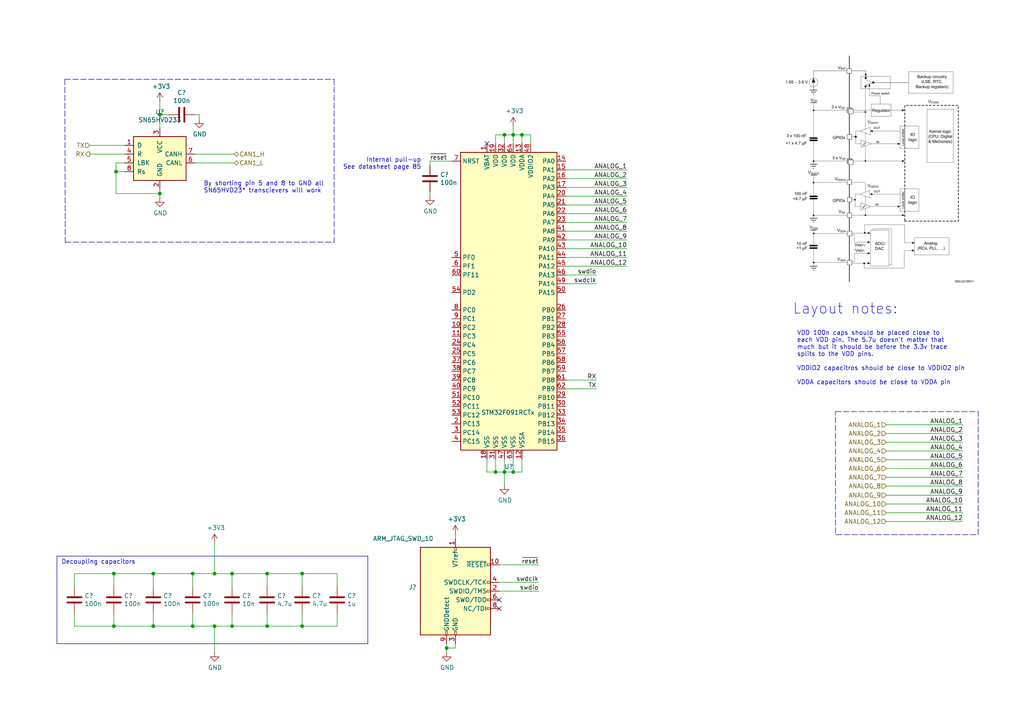
<source format=kicad_sch>
(kicad_sch (version 20230121) (generator eeschema)
  (paper "A4")
  (title_block (title "VEHICLE MEASUREMENT SYSTEM (VMU)") (rev "1.0") (company "KTH FORMULA STUDENT") (comment 1 "DeV17/DeV18") (comment 2 "PHILIP LIND") (comment 3 "PHILIND@KTH.SE"))
  (lib_symbols
    (symbol "Device:C" (pin_numbers hide) (pin_names (offset 0.254))
      (property "Reference" "C" (at 0.635 2.54 0))
      (property "Value" "C" (at 0.635 -2.54 0))
      (symbol "C_0_1"
        (polyline (pts (xy -2.032 -0.762) (xy 2.032 -0.762)) (stroke (width 0.508)))
        (polyline (pts (xy -2.032 0.762) (xy 2.032 0.762)) (stroke (width 0.508)))
      )
      (symbol "C_1_1"
        (pin passive line (at 0 3.81 270) (length 2.794) (name "~") (number "1"))
        (pin passive line (at 0 -3.81 90) (length 2.794) (name "~") (number "2"))
      )
    )
    (symbol "Interface_CAN_LIN:SN65HVD233" (pin_names (offset 1.016))
      (property "Reference" "U" (at -2.54 10.16 0))
      (property "Value" "SN65HVD233" (at -2.54 7.62 0))
      (symbol "SN65HVD233_0_1"
        (rectangle (start -7.62 5.08) (end 7.62 -7.62) (stroke (width 0.254)) (fill (type background)))
      )
      (symbol "SN65HVD233_1_1"
        (pin input line (at -10.16 2.54 0) (length 2.54) (name "D") (number "1"))
        (pin power_in line (at 0 -10.16 90) (length 2.54) (name "GND") (number "2"))
        (pin power_in line (at 0 7.62 270) (length 2.54) (name "VCC") (number "3"))
        (pin output line (at -10.16 0 0) (length 2.54) (name "R") (number "4"))
        (pin input line (at -10.16 -2.54 0) (length 2.54) (name "LBK") (number "5"))
        (pin bidirectional line (at 10.16 -2.54 180) (length 2.54) (name "CANL") (number "6"))
        (pin bidirectional line (at 10.16 0 180) (length 2.54) (name "CANH") (number "7"))
        (pin input line (at -10.16 -5.08 0) (length 2.54) (name "Rs") (number "8"))
      )
    )
    (symbol "KTHFS:ARM_JTAG_SWD_10" (pin_names (offset 1.016))
      (property "Reference" "J" (at 0 0 0))
      (property "Value" "ARM_JTAG_SWD_10" (at 0 0 0))
      (symbol "ARM_JTAG_SWD_10_1_1"
        (rectangle (start -10.16 13.97) (end 10.16 -11.43) (stroke (width 0.254)) (fill (type background)))
        (rectangle (start -2.794 -11.43) (end -2.286 -10.414))
        (rectangle (start -0.254 -11.43) (end 0.254 -10.414))
        (rectangle (start -0.254 13.97) (end 0.254 12.954))
        (rectangle (start 9.144 -4.064) (end 10.16 -3.556))
        (rectangle (start 9.144 3.556) (end 10.16 4.064))
        (rectangle (start 10.16 -1.524) (end 9.144 -1.016))
        (rectangle (start 10.16 1.016) (end 9.144 1.524))
        (rectangle (start 10.16 9.144) (end 9.144 8.636))
        (pin power_in line (at 0 16.51 270) (length 2.54) (name "VTref") (number "1"))
        (pin open_collector line (at 12.7 8.89 180) (length 2.54) (name "~{RESET}") (number "10"))
        (pin bidirectional line (at 12.7 1.27 180) (length 2.54) (name "SWDIO/TMS") (number "2"))
        (pin power_in line (at 0 -13.97 90) (length 2.54) (name "GND") (number "3"))
        (pin output line (at 12.7 3.81 180) (length 2.54) (name "SWDCLK/TCK") (number "4"))
        (pin passive line (at 0 -13.97 90) (length 2.54) hide (name "GND") (number "5"))
        (pin input line (at 12.7 -1.27 180) (length 2.54) (name "SWO/TDO") (number "6"))
        (pin no_connect line (at -10.16 1.27 0) (length 2.54) hide (name "KEY") (number "7"))
        (pin output line (at 12.7 -3.81 180) (length 2.54) (name "NC/TDI") (number "8"))
        (pin passive line (at -2.54 -13.97 90) (length 2.54) (name "GNDDetect") (number "9"))
      )
    )
    (symbol "blocks-rescue:+3.3V-power" (power) (pin_names (offset 0))
      (property "Value" "+3.3V-power" (at 0 3.556 0))
      (symbol "+3.3V-power_0_1"
        (polyline (pts (xy -0.762 1.27) (xy 0 2.54)))
        (polyline (pts (xy 0 0) (xy 0 2.54)))
        (polyline (pts (xy 0 2.54) (xy 0.762 1.27)))
      )
      (symbol "+3.3V-power_1_1"
        (pin power_in line (at 0 0 90) (length 0) hide (name "+3V3") (number "1"))
      )
    )
    (symbol "blocks-rescue:STM32F091RCTx-MCU_ST_STM32F0"
      (property "Reference" "U" (at -15.24 44.45 0))
      (property "Value" "MCU_ST_STM32F0_STM32F091RCTx" (at 7.62 44.45 0))
      (symbol "STM32F091RCTx-MCU_ST_STM32F0_0_1"
        (rectangle (start -15.24 -43.18) (end 12.7 43.18) (stroke (width 0.254)) (fill (type background)))
      )
      (symbol "STM32F091RCTx-MCU_ST_STM32F0_1_1"
        (pin power_in line (at -7.62 45.72 270) (length 2.54) (name "VBAT") (number "1"))
        (pin bidirectional line (at -17.78 -7.62 0) (length 2.54) (name "PC2") (number "10"))
        (pin bidirectional line (at -17.78 -10.16 0) (length 2.54) (name "PC3") (number "11"))
        (pin power_in line (at 2.54 -45.72 90) (length 2.54) (name "VSSA") (number "12"))
        (pin power_in line (at 2.54 45.72 270) (length 2.54) (name "VDDA") (number "13"))
        (pin bidirectional line (at 15.24 40.64 180) (length 2.54) (name "PA0") (number "14"))
        (pin bidirectional line (at 15.24 38.1 180) (length 2.54) (name "PA1") (number "15"))
        (pin bidirectional line (at 15.24 35.56 180) (length 2.54) (name "PA2") (number "16"))
        (pin bidirectional line (at 15.24 33.02 180) (length 2.54) (name "PA3") (number "17"))
        (pin power_in line (at -7.62 -45.72 90) (length 2.54) (name "VSS") (number "18"))
        (pin power_in line (at -5.08 45.72 270) (length 2.54) (name "VDD") (number "19"))
        (pin bidirectional line (at -17.78 -35.56 0) (length 2.54) (name "PC13") (number "2"))
        (pin bidirectional line (at 15.24 30.48 180) (length 2.54) (name "PA4") (number "20"))
        (pin bidirectional line (at 15.24 27.94 180) (length 2.54) (name "PA5") (number "21"))
        (pin bidirectional line (at 15.24 25.4 180) (length 2.54) (name "PA6") (number "22"))
        (pin bidirectional line (at 15.24 22.86 180) (length 2.54) (name "PA7") (number "23"))
        (pin bidirectional line (at -17.78 -12.7 0) (length 2.54) (name "PC4") (number "24"))
        (pin bidirectional line (at -17.78 -15.24 0) (length 2.54) (name "PC5") (number "25"))
        (pin bidirectional line (at 15.24 -2.54 180) (length 2.54) (name "PB0") (number "26"))
        (pin bidirectional line (at 15.24 -5.08 180) (length 2.54) (name "PB1") (number "27"))
        (pin bidirectional line (at 15.24 -7.62 180) (length 2.54) (name "PB2") (number "28"))
        (pin bidirectional line (at 15.24 -27.94 180) (length 2.54) (name "PB10") (number "29"))
        (pin bidirectional line (at -17.78 -38.1 0) (length 2.54) (name "PC14") (number "3"))
        (pin bidirectional line (at 15.24 -30.48 180) (length 2.54) (name "PB11") (number "30"))
        (pin power_in line (at -5.08 -45.72 90) (length 2.54) (name "VSS") (number "31"))
        (pin power_in line (at -2.54 45.72 270) (length 2.54) (name "VDD") (number "32"))
        (pin bidirectional line (at 15.24 -33.02 180) (length 2.54) (name "PB12") (number "33"))
        (pin bidirectional line (at 15.24 -35.56 180) (length 2.54) (name "PB13") (number "34"))
        (pin bidirectional line (at 15.24 -38.1 180) (length 2.54) (name "PB14") (number "35"))
        (pin bidirectional line (at 15.24 -40.64 180) (length 2.54) (name "PB15") (number "36"))
        (pin bidirectional line (at -17.78 -17.78 0) (length 2.54) (name "PC6") (number "37"))
        (pin bidirectional line (at -17.78 -20.32 0) (length 2.54) (name "PC7") (number "38"))
        (pin bidirectional line (at -17.78 -22.86 0) (length 2.54) (name "PC8") (number "39"))
        (pin bidirectional line (at -17.78 -40.64 0) (length 2.54) (name "PC15") (number "4"))
        (pin bidirectional line (at -17.78 -25.4 0) (length 2.54) (name "PC9") (number "40"))
        (pin bidirectional line (at 15.24 20.32 180) (length 2.54) (name "PA8") (number "41"))
        (pin bidirectional line (at 15.24 17.78 180) (length 2.54) (name "PA9") (number "42"))
        (pin bidirectional line (at 15.24 15.24 180) (length 2.54) (name "PA10") (number "43"))
        (pin bidirectional line (at 15.24 12.7 180) (length 2.54) (name "PA11") (number "44"))
        (pin bidirectional line (at 15.24 10.16 180) (length 2.54) (name "PA12") (number "45"))
        (pin bidirectional line (at 15.24 7.62 180) (length 2.54) (name "PA13") (number "46"))
        (pin power_in line (at -2.54 -45.72 90) (length 2.54) (name "VSS") (number "47"))
        (pin power_in line (at 5.08 45.72 270) (length 2.54) (name "VDDIO2") (number "48"))
        (pin bidirectional line (at 15.24 5.08 180) (length 2.54) (name "PA14") (number "49"))
        (pin input line (at -17.78 12.7 0) (length 2.54) (name "PF0") (number "5"))
        (pin bidirectional line (at 15.24 2.54 180) (length 2.54) (name "PA15") (number "50"))
        (pin bidirectional line (at -17.78 -27.94 0) (length 2.54) (name "PC10") (number "51"))
        (pin bidirectional line (at -17.78 -30.48 0) (length 2.54) (name "PC11") (number "52"))
        (pin bidirectional line (at -17.78 -33.02 0) (length 2.54) (name "PC12") (number "53"))
        (pin bidirectional line (at -17.78 2.54 0) (length 2.54) (name "PD2") (number "54"))
        (pin bidirectional line (at 15.24 -10.16 180) (length 2.54) (name "PB3") (number "55"))
        (pin bidirectional line (at 15.24 -12.7 180) (length 2.54) (name "PB4") (number "56"))
        (pin bidirectional line (at 15.24 -15.24 180) (length 2.54) (name "PB5") (number "57"))
        (pin bidirectional line (at 15.24 -17.78 180) (length 2.54) (name "PB6") (number "58"))
        (pin bidirectional line (at 15.24 -20.32 180) (length 2.54) (name "PB7") (number "59"))
        (pin input line (at -17.78 10.16 0) (length 2.54) (name "PF1") (number "6"))
        (pin bidirectional line (at -17.78 7.62 0) (length 2.54) (name "PF11") (number "60"))
        (pin bidirectional line (at 15.24 -22.86 180) (length 2.54) (name "PB8") (number "61"))
        (pin bidirectional line (at 15.24 -25.4 180) (length 2.54) (name "PB9") (number "62"))
        (pin power_in line (at 0 -45.72 90) (length 2.54) (name "VSS") (number "63"))
        (pin power_in line (at 0 45.72 270) (length 2.54) (name "VDD") (number "64"))
        (pin input line (at -17.78 40.64 0) (length 2.54) (name "NRST") (number "7"))
        (pin bidirectional line (at -17.78 -2.54 0) (length 2.54) (name "PC0") (number "8"))
        (pin bidirectional line (at -17.78 -5.08 0) (length 2.54) (name "PC1") (number "9"))
      )
    )
    (symbol "power:GND" (power) (pin_names (offset 0))
      (property "Value" "GND" (at 0 -3.81 0))
      (symbol "GND_0_1"
        (polyline (pts (xy 0 0) (xy 0 -1.27) (xy 1.27 -1.27) (xy 0 -2.54) (xy -1.27 -1.27) (xy 0 -1.27)))
      )
      (symbol "GND_1_1"
        (pin power_in line (at 0 0 270) (length 0) hide (name "GND") (number "1"))
      )
    )
  )
  (junction (at 33.02 181.61))
  (junction (at 62.23 166.37))
  (junction (at 55.88 166.37))
  (junction (at 129.54 187.96))
  (junction (at 87.63 166.37))
  (junction (at 62.23 181.61))
  (junction (at 87.63 181.61))
  (junction (at 67.31 181.61))
  (junction (at 143.764 136.906))
  (junction (at 67.31 166.37))
  (junction (at 33.655 49.784))
  (junction (at 77.47 166.37))
  (junction (at 44.45 166.37))
  (junction (at 148.844 136.906))
  (junction (at 146.304 39.116))
  (junction (at 148.844 39.116))
  (junction (at 44.45 181.61))
  (junction (at 146.304 136.906))
  (junction (at 55.88 181.61))
  (junction (at 46.355 33.274))
  (junction (at 46.355 56.134))
  (junction (at 77.47 181.61))
  (junction (at 33.02 166.37))
  (junction (at 151.384 39.116))
  (no_connect (at 144.78 173.99))
  (no_connect (at 141.224 41.656))
  (no_connect (at 144.78 176.53))
  (wire (pts (xy 21.59 170.18) (xy 21.59 166.37)))
  (wire (pts (xy 67.945 47.244) (xy 56.515 47.244)))
  (wire (pts (xy 67.31 166.37) (xy 67.31 170.18)))
  (wire (pts (xy 44.45 177.8) (xy 44.45 181.61)))
  (wire (pts (xy 148.844 39.116) (xy 148.844 41.656)))
  (wire (pts (xy 33.655 47.244) (xy 33.655 49.784)))
  (wire (pts (xy 36.195 47.244) (xy 33.655 47.244)))
  (wire (pts (xy 143.764 39.116) (xy 146.304 39.116)))
  (wire (pts (xy 26.035 42.164) (xy 36.195 42.164)))
  (wire (pts (xy 143.764 133.096) (xy 143.764 136.906)))
  (wire (pts (xy 87.63 166.37) (xy 97.79 166.37)))
  (wire (pts (xy 124.714 46.736) (xy 124.714 48.006)))
  (wire (pts (xy 148.844 39.116) (xy 151.384 39.116)))
  (wire (pts (xy 257.048 151.257) (xy 279.273 151.257)))
  (wire (pts (xy 44.45 181.61) (xy 55.88 181.61)))
  (wire (pts (xy 181.864 49.276) (xy 164.084 49.276)))
  (wire (pts (xy 257.048 130.81) (xy 279.273 130.81)))
  (wire (pts (xy 181.864 72.136) (xy 164.084 72.136)))
  (wire (pts (xy 257.048 135.89) (xy 279.273 135.89)))
  (wire (pts (xy 144.78 163.83) (xy 156.21 163.83)))
  (wire (pts (xy 21.59 177.8) (xy 21.59 181.61)))
  (wire (pts (xy 21.59 181.61) (xy 33.02 181.61)))
  (wire (pts (xy 33.02 170.18) (xy 33.02 166.37)))
  (wire (pts (xy 33.655 49.784) (xy 33.655 56.134)))
  (wire (pts (xy 146.304 140.716) (xy 146.304 136.906)))
  (wire (pts (xy 48.895 33.274) (xy 46.355 33.274)))
  (wire (pts (xy 164.084 110.236) (xy 172.974 110.236)))
  (wire (pts (xy 33.02 181.61) (xy 44.45 181.61)))
  (wire (pts (xy 146.304 136.906) (xy 148.844 136.906)))
  (wire (pts (xy 97.79 166.37) (xy 97.79 170.18)))
  (wire (pts (xy 257.048 128.27) (xy 279.273 128.27)))
  (wire (pts (xy 67.31 177.8) (xy 67.31 181.61)))
  (wire (pts (xy 181.864 77.216) (xy 164.084 77.216)))
  (wire (pts (xy 164.084 56.896) (xy 181.864 56.896)))
  (wire (pts (xy 77.47 177.8) (xy 77.47 181.61)))
  (wire (pts (xy 146.304 41.656) (xy 146.304 39.116)))
  (wire (pts (xy 164.084 61.976) (xy 181.864 61.976)))
  (wire (pts (xy 151.384 136.906) (xy 151.384 133.096)))
  (wire (pts (xy 257.048 140.97) (xy 279.273 140.97)))
  (wire (pts (xy 97.79 181.61) (xy 97.79 177.8)))
  (polyline (pts (xy 16.51 161.29) (xy 106.68 161.29)))
  (wire (pts (xy 257.048 133.35) (xy 279.273 133.35)))
  (polyline (pts (xy 18.796 22.987) (xy 18.923 70.358)) (stroke (width 0) (type dash)))
  (wire (pts (xy 129.54 189.23) (xy 129.54 187.96)))
  (wire (pts (xy 257.048 143.637) (xy 279.273 143.637)))
  (wire (pts (xy 141.224 136.906) (xy 143.764 136.906)))
  (wire (pts (xy 181.864 64.516) (xy 164.084 64.516)))
  (wire (pts (xy 124.714 56.896) (xy 124.714 55.626)))
  (wire (pts (xy 129.54 187.96) (xy 132.08 187.96)))
  (wire (pts (xy 57.785 33.274) (xy 56.515 33.274)))
  (wire (pts (xy 55.88 166.37) (xy 62.23 166.37)))
  (polyline (pts (xy 106.68 186.69) (xy 16.51 186.69)))
  (wire (pts (xy 132.08 156.21) (xy 132.08 154.94)))
  (wire (pts (xy 257.048 148.717) (xy 279.273 148.717)))
  (wire (pts (xy 164.084 112.776) (xy 172.974 112.776)))
  (wire (pts (xy 144.78 168.91) (xy 156.21 168.91)))
  (wire (pts (xy 67.31 166.37) (xy 77.47 166.37)))
  (wire (pts (xy 164.084 79.756) (xy 172.974 79.756)))
  (wire (pts (xy 67.31 181.61) (xy 77.47 181.61)))
  (wire (pts (xy 56.515 44.704) (xy 67.945 44.704)))
  (wire (pts (xy 46.355 33.274) (xy 46.355 29.464)))
  (wire (pts (xy 146.304 136.906) (xy 146.304 133.096)))
  (polyline (pts (xy 18.923 70.231) (xy 96.901 70.231)) (stroke (width 0) (type dash)))
  (wire (pts (xy 144.78 171.45) (xy 156.21 171.45)))
  (wire (pts (xy 62.23 189.23) (xy 62.23 181.61)))
  (wire (pts (xy 181.864 54.356) (xy 164.084 54.356)))
  (wire (pts (xy 257.048 125.73) (xy 279.273 125.73)))
  (wire (pts (xy 131.064 46.736) (xy 124.714 46.736)))
  (wire (pts (xy 46.355 37.084) (xy 46.355 33.274)))
  (wire (pts (xy 55.88 177.8) (xy 55.88 181.61)))
  (wire (pts (xy 148.844 136.906) (xy 151.384 136.906)))
  (wire (pts (xy 257.048 146.177) (xy 279.273 146.177)))
  (wire (pts (xy 257.048 138.43) (xy 279.273 138.43)))
  (wire (pts (xy 33.655 56.134) (xy 46.355 56.134)))
  (wire (pts (xy 77.47 166.37) (xy 87.63 166.37)))
  (wire (pts (xy 181.864 74.676) (xy 164.084 74.676)))
  (wire (pts (xy 21.59 166.37) (xy 33.02 166.37)))
  (wire (pts (xy 55.88 181.61) (xy 62.23 181.61)))
  (wire (pts (xy 148.844 133.096) (xy 148.844 136.906)))
  (wire (pts (xy 77.47 181.61) (xy 87.63 181.61)))
  (wire (pts (xy 143.764 41.656) (xy 143.764 39.116)))
  (wire (pts (xy 172.974 82.296) (xy 164.084 82.296)))
  (wire (pts (xy 36.195 44.704) (xy 26.035 44.704)))
  (wire (pts (xy 257.048 123.19) (xy 279.273 123.19)))
  (wire (pts (xy 129.54 187.96) (xy 129.54 186.69)))
  (polyline (pts (xy 18.796 22.987) (xy 96.901 22.987)) (stroke (width 0) (type dash)))
  (wire (pts (xy 62.23 181.61) (xy 67.31 181.61)))
  (wire (pts (xy 87.63 181.61) (xy 97.79 181.61)))
  (polyline (pts (xy 106.68 161.29) (xy 106.68 186.69)))
  (wire (pts (xy 36.195 49.784) (xy 33.655 49.784)))
  (wire (pts (xy 87.63 177.8) (xy 87.63 181.61)))
  (wire (pts (xy 181.864 69.596) (xy 164.084 69.596)))
  (wire (pts (xy 77.47 170.18) (xy 77.47 166.37)))
  (wire (pts (xy 44.45 166.37) (xy 55.88 166.37)))
  (wire (pts (xy 33.02 177.8) (xy 33.02 181.61)))
  (wire (pts (xy 46.355 56.134) (xy 46.355 54.864)))
  (wire (pts (xy 46.355 57.404) (xy 46.355 56.134)))
  (wire (pts (xy 87.63 170.18) (xy 87.63 166.37)))
  (polyline (pts (xy 16.51 186.69) (xy 16.51 161.29)))
  (wire (pts (xy 62.23 166.37) (xy 67.31 166.37)))
  (wire (pts (xy 164.084 51.816) (xy 181.864 51.816)))
  (wire (pts (xy 141.224 133.096) (xy 141.224 136.906)))
  (wire (pts (xy 143.764 136.906) (xy 146.304 136.906)))
  (polyline (pts (xy 96.901 22.987) (xy 96.901 70.358)) (stroke (width 0) (type dash)))
  (wire (pts (xy 57.785 34.544) (xy 57.785 33.274)))
  (wire (pts (xy 44.45 170.18) (xy 44.45 166.37)))
  (wire (pts (xy 153.924 39.116) (xy 153.924 41.656)))
  (wire (pts (xy 181.864 59.436) (xy 164.084 59.436)))
  (wire (pts (xy 151.384 41.656) (xy 151.384 39.116)))
  (wire (pts (xy 151.384 39.116) (xy 153.924 39.116)))
  (wire (pts (xy 33.02 166.37) (xy 44.45 166.37)))
  (wire (pts (xy 148.844 36.576) (xy 148.844 39.116)))
  (wire (pts (xy 132.08 187.96) (xy 132.08 186.69)))
  (wire (pts (xy 55.88 170.18) (xy 55.88 166.37)))
  (wire (pts (xy 164.084 67.056) (xy 181.864 67.056)))
  (wire (pts (xy 146.304 39.116) (xy 148.844 39.116)))
  (wire (pts (xy 62.23 157.48) (xy 62.23 166.37)))
  (rectangle (start 242.316 119.38) (end 283.718 155.067) (stroke (width 0) (type dash)))
  (image (at 254 49.53) (scale 0.7))
  (text "By shorting pin 5 and 8 to GND all\nSN65HVD23* transcievers will work" (at 59.055 56.134 0) (effects (font (size 1.27 1.27)) (justify left bottom)))
  (text "Decoupling capacitors" (at 17.78 163.83 0) (effects (font (size 1.27 1.27)) (justify left bottom)))
  (text "VDD 100n caps should be placed close to\neach VDD pin. The 5.7u doesn't matter that\nmuch but it should be before the 3.3v trace\nsplits to the VDD pins.\n\nVDDIO2 capacitros should be close to VDDIO2 pin\n\nVDDA capacitors should be close to VDDA pin" (at 231.14 111.76 0) (effects (font (size 1.27 1.27)) (justify left bottom)))
  (text "Layout notes:" (at 229.87 91.44 0) (effects (font (size 2.9972 2.9972)) (justify left bottom)))
  (text "Internal pull-up\nSee datasheet page 85" (at 122.174 49.276 0) (effects (font (size 1.27 1.27)) (justify right bottom)))
  (label "ANALOG_12" (at 279.273 151.257 180))
  (label "ANALOG_7" (at 279.273 138.43 180))
  (label "ANALOG_6" (at 181.864 61.976 180))
  (label "ANALOG_6" (at 279.273 135.89 180))
  (label "ANALOG_10" (at 279.273 146.177 180))
  (label "ANALOG_5" (at 181.864 59.436 180))
  (label "ANALOG_3" (at 279.273 128.27 180))
  (label "ANALOG_8" (at 181.864 67.056 180))
  (label "ANALOG_2" (at 279.273 125.73 180))
  (label "ANALOG_1" (at 181.864 49.276 180))
  (label "ANALOG_9" (at 279.273 143.637 180))
  (label "~{reset}" (at 124.714 46.736 0))
  (label "ANALOG_10" (at 181.864 72.136 180))
  (label "ANALOG_4" (at 279.273 130.81 180))
  (label "swdclk" (at 172.974 82.296 180))
  (label "RX" (at 172.974 110.236 180))
  (label "ANALOG_5" (at 279.273 133.35 180))
  (label "ANALOG_1" (at 279.273 123.19 180))
  (label "ANALOG_12" (at 181.864 77.216 180))
  (label "swdclk" (at 156.21 168.91 180))
  (label "ANALOG_4" (at 181.864 56.896 180))
  (label "ANALOG_3" (at 181.864 54.356 180))
  (label "ANALOG_11" (at 279.273 148.717 180))
  (label "ANALOG_7" (at 181.864 64.516 180))
  (label "ANALOG_9" (at 181.864 69.596 180))
  (label "ANALOG_2" (at 181.864 51.816 180))
  (label "ANALOG_11" (at 181.864 74.676 180))
  (label "TX" (at 172.974 112.776 180))
  (label "ANALOG_8" (at 279.273 140.97 180))
  (label "swdio" (at 156.21 171.45 180))
  (label "~{reset}" (at 156.21 163.83 180))
  (label "swdio" (at 172.974 79.756 180))
  (hierarchical_label "TX" (shape input) (at 26.035 42.164 180))
  (hierarchical_label "ANALOG_7" (shape input) (at 257.048 138.43 180))
  (hierarchical_label "ANALOG_12" (shape input) (at 257.048 151.257 180))
  (hierarchical_label "ANALOG_5" (shape input) (at 257.048 133.35 180))
  (hierarchical_label "ANALOG_11" (shape input) (at 257.048 148.717 180))
  (hierarchical_label "ANALOG_6" (shape input) (at 257.048 135.89 180))
  (hierarchical_label "ANALOG_3" (shape input) (at 257.048 128.27 180))
  (hierarchical_label "RX" (shape output) (at 26.035 44.704 180))
  (hierarchical_label "ANALOG_9" (shape input) (at 257.048 143.637 180))
  (hierarchical_label "CAN1_L" (shape bidirectional) (at 67.945 47.244 0))
  (hierarchical_label "CAN1_H" (shape bidirectional) (at 67.945 44.704 0))
  (hierarchical_label "ANALOG_10" (shape input) (at 257.048 146.177 180))
  (hierarchical_label "ANALOG_8" (shape input) (at 257.048 140.97 180))
  (hierarchical_label "ANALOG_4" (shape input) (at 257.048 130.81 180))
  (hierarchical_label "ANALOG_2" (shape input) (at 257.048 125.73 180))
  (hierarchical_label "ANALOG_1" (shape input) (at 257.048 123.19 180))
  (symbol (lib_id "blocks-rescue:+3.3V-power") (at 46.355 29.464 0) (unit 1)
    (property "Reference" "#PWR?" (effects hide))
    (property "Value" "+3.3V" (at 46.736 25.0698 0))
  )
  (symbol (lib_id "power:GND") (at 46.355 57.404 0) (unit 1)
    (property "Reference" "#PWR?" (effects hide))
    (property "Value" "GND" (at 46.482 61.7982 0))
  )
  (symbol (lib_id "Device:C") (at 52.705 33.274 270) (unit 1)
    (property "Reference" "C?" (at 52.705 26.8732 90))
    (property "Value" "100n" (at 52.705 29.1846 90))
  )
  (symbol (lib_id "power:GND") (at 57.785 34.544 0) (unit 1)
    (property "Reference" "#PWR?" (effects hide))
    (property "Value" "GND" (at 57.912 38.9382 0))
  )
  (symbol (lib_id "blocks-rescue:STM32F091RCTx-MCU_ST_STM32F0") (at 148.844 87.376 0) (unit 1)
    (property "Reference" "U?" (at 147.574 135.3566 0))
    (property "Value" "STM32F091RCTx" (at 147.32 119.634 0))
    (property "Footprint" "Package_QFP:LQFP-64_10x10mm_P0.5mm" (effects hide))
    (property "Datasheet" "http://www.st.com/st-web-ui/static/active/en/resource/technical/document/datasheet/DM00115237.pdf" (effects hide))
  )
  (symbol (lib_id "blocks-rescue:+3.3V-power") (at 148.844 36.576 0) (unit 1)
    (property "Reference" "#PWR?" (effects hide))
    (property "Value" "+3.3V" (at 149.225 32.1818 0))
  )
  (symbol (lib_id "power:GND") (at 146.304 140.716 0) (unit 1)
    (property "Reference" "#PWR?" (effects hide))
    (property "Value" "GND" (at 146.431 145.1102 0))
  )
  (symbol (lib_id "Device:C") (at 124.714 51.816 0) (unit 1)
    (property "Reference" "C?" (at 127.635 50.6476 0) (effects (justify left)))
    (property "Value" "100n" (at 127.635 52.959 0) (effects (justify left)))
    (property "Footprint" "Capacitor_SMD:C_0603_1608Metric" (effects hide))
  )
  (symbol (lib_id "power:GND") (at 124.714 56.896 0) (unit 1)
    (property "Reference" "#PWR?" (effects hide))
    (property "Value" "GND" (at 124.841 61.2902 0))
  )
  (symbol (lib_id "Device:C") (at 21.59 173.99 0) (unit 1)
    (property "Reference" "C?" (at 24.511 172.8216 0) (effects (justify left)))
    (property "Value" "100n" (at 24.511 175.133 0) (effects (justify left)))
    (property "Footprint" "Capacitor_SMD:C_0603_1608Metric" (effects hide))
  )
  (symbol (lib_id "Device:C") (at 33.02 173.99 0) (unit 1)
    (property "Reference" "C?" (at 35.941 172.8216 0) (effects (justify left)))
    (property "Value" "100n" (at 35.941 175.133 0) (effects (justify left)))
    (property "Footprint" "Capacitor_SMD:C_0603_1608Metric" (effects hide))
  )
  (symbol (lib_id "Device:C") (at 44.45 173.99 0) (unit 1)
    (property "Reference" "C?" (at 47.371 172.8216 0) (effects (justify left)))
    (property "Value" "100n" (at 47.371 175.133 0) (effects (justify left)))
    (property "Footprint" "Capacitor_SMD:C_0603_1608Metric" (effects hide))
  )
  (symbol (lib_id "Device:C") (at 55.88 173.99 0) (unit 1)
    (property "Reference" "C?" (at 58.801 172.8216 0) (effects (justify left)))
    (property "Value" "100n" (at 58.801 175.133 0) (effects (justify left)))
    (property "Footprint" "Capacitor_SMD:C_0603_1608Metric" (effects hide))
  )
  (symbol (lib_id "Device:C") (at 67.31 173.99 0) (unit 1)
    (property "Reference" "C?" (at 70.231 172.8216 0) (effects (justify left)))
    (property "Value" "10n" (at 70.231 175.133 0) (effects (justify left)))
    (property "Footprint" "Capacitor_SMD:C_0603_1608Metric" (effects hide))
  )
  (symbol (lib_id "Device:C") (at 77.47 173.99 0) (unit 1)
    (property "Reference" "C?" (at 80.391 172.8216 0) (effects (justify left)))
    (property "Value" "4.7u" (at 80.391 175.133 0) (effects (justify left)))
    (property "Footprint" "Capacitor_SMD:C_0805_2012Metric" (effects hide))
  )
  (symbol (lib_id "Device:C") (at 87.63 173.99 0) (unit 1)
    (property "Reference" "C?" (at 90.551 172.8216 0) (effects (justify left)))
    (property "Value" "4.7u" (at 90.551 175.133 0) (effects (justify left)))
    (property "Footprint" "Capacitor_SMD:C_0805_2012Metric" (effects hide))
  )
  (symbol (lib_id "Device:C") (at 97.79 173.99 0) (unit 1)
    (property "Reference" "C?" (at 100.711 172.8216 0) (effects (justify left)))
    (property "Value" "1u" (at 100.711 175.133 0) (effects (justify left)))
    (property "Footprint" "Capacitor_SMD:C_0805_2012Metric" (effects hide))
  )
  (symbol (lib_id "power:GND") (at 62.23 189.23 0) (unit 1)
    (property "Reference" "#PWR?" (effects hide))
    (property "Value" "GND" (at 62.357 193.6242 0))
  )
  (symbol (lib_id "blocks-rescue:+3.3V-power") (at 62.23 157.48 0) (unit 1)
    (property "Reference" "#PWR?" (effects hide))
    (property "Value" "+3.3V" (at 62.611 153.0858 0))
  )
  (symbol (lib_id "KTHFS:ARM_JTAG_SWD_10") (at 132.08 172.72 0) (unit 1)
    (property "Reference" "J?" (at 120.8278 170.2816 0) (effects (justify right)))
    (property "Value" "ARM_JTAG_SWD_10" (at 125.73 156.21 0) (effects (justify right)))
  )
  (symbol (lib_id "power:GND") (at 129.54 189.23 0) (unit 1)
    (property "Reference" "#PWR?" (effects hide))
    (property "Value" "GND" (at 129.667 193.6242 0))
  )
  (symbol (lib_id "blocks-rescue:+3.3V-power") (at 132.08 154.94 0) (unit 1)
    (property "Reference" "#PWR?" (effects hide))
    (property "Value" "+3.3V" (at 132.461 150.5458 0))
  )
  (symbol (lib_id "Interface_CAN_LIN:SN65HVD233") (at 46.355 44.704 0) (unit 1)
    (property "Reference" "U?" (at 46.355 32.4866 0))
    (property "Value" "SN65HVD233" (at 46.355 34.798 0))
    (property "Footprint" "Package_SO:SOIC-8_3.9x4.9mm_P1.27mm" (effects hide))
    (property "Datasheet" "http://www.ti.com/lit/ds/symlink/sn65hvd234.pdf" (effects hide))
  )
)
</source>
